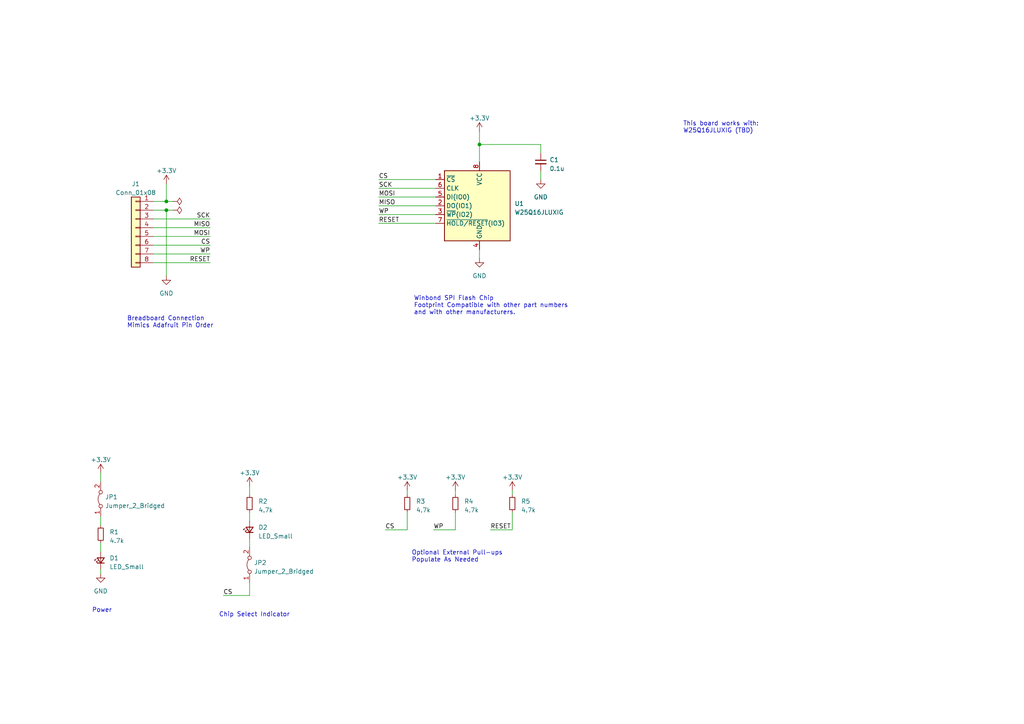
<source format=kicad_sch>
(kicad_sch (version 20230121) (generator eeschema)
  (paper "A4")
  (lib_symbols
    (symbol "Connector_Generic:Conn_01x08" (pin_names (offset 1.016) hide)
      (property "Reference" "J" (at 0 10.16 0))
      (property "Value" "Conn_01x08" (at 0 -12.7 0))
      (symbol "Conn_01x08_1_1"
        (rectangle (start -1.27 -10.033) (end 0 -10.287) (stroke (width 0.1524)))
        (rectangle (start -1.27 -7.493) (end 0 -7.747) (stroke (width 0.1524)))
        (rectangle (start -1.27 -4.953) (end 0 -5.207) (stroke (width 0.1524)))
        (rectangle (start -1.27 -2.413) (end 0 -2.667) (stroke (width 0.1524)))
        (rectangle (start -1.27 0.127) (end 0 -0.127) (stroke (width 0.1524)))
        (rectangle (start -1.27 2.667) (end 0 2.413) (stroke (width 0.1524)))
        (rectangle (start -1.27 5.207) (end 0 4.953) (stroke (width 0.1524)))
        (rectangle (start -1.27 7.747) (end 0 7.493) (stroke (width 0.1524)))
        (rectangle (start -1.27 8.89) (end 1.27 -11.43) (stroke (width 0.254)) (fill (type background)))
        (pin passive line (at -5.08 7.62 0) (length 3.81) (name "Pin_1") (number "1"))
        (pin passive line (at -5.08 5.08 0) (length 3.81) (name "Pin_2") (number "2"))
        (pin passive line (at -5.08 2.54 0) (length 3.81) (name "Pin_3") (number "3"))
        (pin passive line (at -5.08 0 0) (length 3.81) (name "Pin_4") (number "4"))
        (pin passive line (at -5.08 -2.54 0) (length 3.81) (name "Pin_5") (number "5"))
        (pin passive line (at -5.08 -5.08 0) (length 3.81) (name "Pin_6") (number "6"))
        (pin passive line (at -5.08 -7.62 0) (length 3.81) (name "Pin_7") (number "7"))
        (pin passive line (at -5.08 -10.16 0) (length 3.81) (name "Pin_8") (number "8"))
      )
    )
    (symbol "Device:C_Small" (pin_numbers hide) (pin_names (offset 0.254) hide)
      (property "Reference" "C" (at 0.254 1.778 0))
      (property "Value" "C_Small" (at 0.254 -2.032 0))
      (symbol "C_Small_0_1"
        (polyline (pts (xy -1.524 -0.508) (xy 1.524 -0.508)) (stroke (width 0.3302)))
        (polyline (pts (xy -1.524 0.508) (xy 1.524 0.508)) (stroke (width 0.3048)))
      )
      (symbol "C_Small_1_1"
        (pin passive line (at 0 2.54 270) (length 2.032) (name "~") (number "1"))
        (pin passive line (at 0 -2.54 90) (length 2.032) (name "~") (number "2"))
      )
    )
    (symbol "Device:LED_Small" (pin_numbers hide) (pin_names (offset 0.254) hide)
      (property "Reference" "D" (at -1.27 3.175 0))
      (property "Value" "LED_Small" (at -4.445 -2.54 0))
      (symbol "LED_Small_0_1"
        (polyline (pts (xy -0.762 -1.016) (xy -0.762 1.016)) (stroke (width 0.254)))
        (polyline (pts (xy 1.016 0) (xy -0.762 0)))
        (polyline (pts (xy 0.762 -1.016) (xy -0.762 0) (xy 0.762 1.016) (xy 0.762 -1.016)) (stroke (width 0.254)))
        (polyline (pts (xy 0 0.762) (xy -0.508 1.27) (xy -0.254 1.27) (xy -0.508 1.27) (xy -0.508 1.016)))
        (polyline (pts (xy 0.508 1.27) (xy 0 1.778) (xy 0.254 1.778) (xy 0 1.778) (xy 0 1.524)))
      )
      (symbol "LED_Small_1_1"
        (pin passive line (at -2.54 0 0) (length 1.778) (name "K") (number "1"))
        (pin passive line (at 2.54 0 180) (length 1.778) (name "A") (number "2"))
      )
    )
    (symbol "Device:R_Small" (pin_numbers hide) (pin_names (offset 0.254) hide)
      (property "Reference" "R" (at 0.762 0.508 0))
      (property "Value" "R_Small" (at 0.762 -1.016 0))
      (symbol "R_Small_0_1"
        (rectangle (start -0.762 1.778) (end 0.762 -1.778) (stroke (width 0.2032)))
      )
      (symbol "R_Small_1_1"
        (pin passive line (at 0 2.54 270) (length 0.762) (name "~") (number "1"))
        (pin passive line (at 0 -2.54 90) (length 0.762) (name "~") (number "2"))
      )
    )
    (symbol "Jumper:Jumper_2_Bridged" (pin_names (offset 0) hide)
      (property "Reference" "JP" (at 0 1.905 0))
      (property "Value" "Jumper_2_Bridged" (at 0 -2.54 0))
      (symbol "Jumper_2_Bridged_0_0"
        (circle (center -2.032 0) (radius 0.508))
        (circle (center 2.032 0) (radius 0.508))
      )
      (symbol "Jumper_2_Bridged_0_1"
        (arc (start 1.524 0.254) (mid 0 0.762) (end -1.524 0.254))
      )
      (symbol "Jumper_2_Bridged_1_1"
        (pin passive line (at -5.08 0 0) (length 2.54) (name "A") (number "1"))
        (pin passive line (at 5.08 0 180) (length 2.54) (name "B") (number "2"))
      )
    )
    (symbol "SKEC_Symbols:W25Q16JLUXIG"
      (property "Reference" "U" (at -6.35 11.43 0))
      (property "Value" "W25Q16JLUXIG" (at 7.62 11.43 0))
      (symbol "W25Q16JLUXIG_0_1"
        (rectangle (start -10.16 10.16) (end 8.89 -10.16) (stroke (width 0.254)) (fill (type background)))
      )
      (symbol "W25Q16JLUXIG_1_1"
        (pin input line (at -12.7 7.62 0) (length 2.54) (name "~{CS}") (number "1"))
        (pin bidirectional line (at -12.7 0 0) (length 2.54) (name "DO(IO1)") (number "2"))
        (pin bidirectional line (at -12.7 -2.54 0) (length 2.54) (name "~{WP}(IO2)") (number "3"))
        (pin power_in line (at 0 -12.7 90) (length 2.54) (name "GND") (number "4"))
        (pin bidirectional line (at -12.7 2.54 0) (length 2.54) (name "DI(IO0)") (number "5"))
        (pin input line (at -12.7 5.08 0) (length 2.54) (name "CLK") (number "6"))
        (pin bidirectional line (at -12.7 -5.08 0) (length 2.54) (name "~{HOLD/RESET}(IO3)") (number "7"))
        (pin power_in line (at 0 12.7 270) (length 2.54) (name "VCC") (number "8"))
      )
    )
    (symbol "power:+3.3V" (power) (pin_names (offset 0))
      (property "Value" "+3.3V" (at 0 3.556 0))
      (symbol "+3.3V_0_1"
        (polyline (pts (xy -0.762 1.27) (xy 0 2.54)))
        (polyline (pts (xy 0 0) (xy 0 2.54)))
        (polyline (pts (xy 0 2.54) (xy 0.762 1.27)))
      )
      (symbol "+3.3V_1_1"
        (pin power_in line (at 0 0 90) (length 0) hide (name "+3.3V") (number "1"))
      )
    )
    (symbol "power:GND" (power) (pin_names (offset 0))
      (property "Value" "GND" (at 0 -3.81 0))
      (symbol "GND_0_1"
        (polyline (pts (xy 0 0) (xy 0 -1.27) (xy 1.27 -1.27) (xy 0 -2.54) (xy -1.27 -1.27) (xy 0 -1.27)))
      )
      (symbol "GND_1_1"
        (pin power_in line (at 0 0 270) (length 0) hide (name "GND") (number "1"))
      )
    )
    (symbol "power:PWR_FLAG" (power) (pin_numbers hide) (pin_names (offset 0) hide)
      (property "Value" "PWR_FLAG" (at 0 3.81 0))
      (symbol "PWR_FLAG_0_0"
        (pin power_out line (at 0 0 90) (length 0) (name "pwr") (number "1"))
      )
      (symbol "PWR_FLAG_0_1"
        (polyline (pts (xy 0 0) (xy 0 1.27) (xy -1.016 1.905) (xy 0 2.54) (xy 1.016 1.905) (xy 0 1.27)))
      )
    )
  )
  (junction (at 139.065 41.91))
  (junction (at 48.26 58.42))
  (junction (at 48.26 60.96))
  (wire (pts (xy 72.39 168.91) (xy 72.39 172.72)))
  (wire (pts (xy 29.21 149.86) (xy 29.21 152.4)))
  (wire (pts (xy 111.76 153.67) (xy 118.11 153.67)))
  (wire (pts (xy 109.855 59.69) (xy 126.365 59.69)))
  (wire (pts (xy 64.77 172.72) (xy 72.39 172.72)))
  (wire (pts (xy 44.45 68.58) (xy 60.96 68.58)))
  (wire (pts (xy 48.26 60.96) (xy 44.45 60.96)))
  (wire (pts (xy 142.24 153.67) (xy 148.59 153.67)))
  (wire (pts (xy 139.065 41.91) (xy 156.845 41.91)))
  (wire (pts (xy 29.21 165.1) (xy 29.21 166.37)))
  (wire (pts (xy 118.11 142.24) (xy 118.11 143.51)))
  (wire (pts (xy 139.065 41.91) (xy 139.065 46.99)))
  (wire (pts (xy 139.065 38.1) (xy 139.065 41.91)))
  (wire (pts (xy 109.855 57.15) (xy 126.365 57.15)))
  (wire (pts (xy 48.26 58.42) (xy 50.165 58.42)))
  (wire (pts (xy 44.45 71.12) (xy 60.96 71.12)))
  (wire (pts (xy 109.855 62.23) (xy 126.365 62.23)))
  (wire (pts (xy 132.08 148.59) (xy 132.08 153.67)))
  (wire (pts (xy 72.39 148.59) (xy 72.39 151.13)))
  (wire (pts (xy 44.45 73.66) (xy 60.96 73.66)))
  (wire (pts (xy 44.45 63.5) (xy 60.96 63.5)))
  (wire (pts (xy 156.845 44.45) (xy 156.845 41.91)))
  (wire (pts (xy 44.45 66.04) (xy 60.96 66.04)))
  (wire (pts (xy 48.26 80.01) (xy 48.26 60.96)))
  (wire (pts (xy 139.065 72.39) (xy 139.065 74.93)))
  (wire (pts (xy 148.59 142.24) (xy 148.59 143.51)))
  (wire (pts (xy 132.08 142.24) (xy 132.08 143.51)))
  (wire (pts (xy 29.21 157.48) (xy 29.21 160.02)))
  (wire (pts (xy 48.26 53.34) (xy 48.26 58.42)))
  (wire (pts (xy 109.855 64.77) (xy 126.365 64.77)))
  (wire (pts (xy 48.26 60.96) (xy 50.165 60.96)))
  (wire (pts (xy 148.59 148.59) (xy 148.59 153.67)))
  (wire (pts (xy 44.45 76.2) (xy 60.96 76.2)))
  (wire (pts (xy 72.39 140.97) (xy 72.39 143.51)))
  (wire (pts (xy 125.73 153.67) (xy 132.08 153.67)))
  (wire (pts (xy 109.855 52.07) (xy 126.365 52.07)))
  (wire (pts (xy 72.39 156.21) (xy 72.39 158.75)))
  (wire (pts (xy 156.845 49.53) (xy 156.845 52.07)))
  (wire (pts (xy 109.855 54.61) (xy 126.365 54.61)))
  (wire (pts (xy 48.26 58.42) (xy 44.45 58.42)))
  (wire (pts (xy 118.11 148.59) (xy 118.11 153.67)))
  (wire (pts (xy 29.21 137.16) (xy 29.21 139.7)))
  (text "This board works with:\nW25Q16JLUXIG (TBD)" (at 198.12 38.735 0) (effects (font (size 1.27 1.27)) (justify left bottom)))
  (text "Winbond SPI Flash Chip\nFootprint Compatible with other part numbers\nand with other manufacturers." (at 120.015 91.44 0) (effects (font (size 1.27 1.27)) (justify left bottom)))
  (text "Power" (at 26.67 177.8 0) (effects (font (size 1.27 1.27)) (justify left bottom)))
  (text "Breadboard Connection\nMimics Adafruit Pin Order" (at 36.83 95.25 0) (effects (font (size 1.27 1.27)) (justify left bottom)))
  (text "Chip Select Indicator" (at 63.5 179.07 0) (effects (font (size 1.27 1.27)) (justify left bottom)))
  (text "Optional External Pull-ups\nPopulate As Needed" (at 119.38 163.195 0) (effects (font (size 1.27 1.27)) (justify left bottom)))
  (label "RESET" (at 142.24 153.67 0))
  (label "CS" (at 111.76 153.67 0))
  (label "SCK" (at 60.96 63.5 180))
  (label "MISO" (at 109.855 59.69 0))
  (label "SCK" (at 109.855 54.61 0))
  (label "WP" (at 125.73 153.67 0))
  (label "MISO" (at 60.96 66.04 180))
  (label "MOSI" (at 60.96 68.58 180))
  (label "WP" (at 109.855 62.23 0))
  (label "RESET" (at 60.96 76.2 180))
  (label "MOSI" (at 109.855 57.15 0))
  (label "CS" (at 64.77 172.72 0))
  (label "RESET" (at 109.855 64.77 0))
  (label "CS" (at 109.855 52.07 0))
  (label "WP" (at 60.96 73.66 180))
  (label "CS" (at 60.96 71.12 180))
  (symbol (lib_id "power:+3.3V") (at 118.11 142.24 0) (unit 1)
    (property "Reference" "#PWR011" (effects hide))
    (property "Value" "+3.3V" (at 118.11 138.43 0))
  )
  (symbol (lib_id "Jumper:Jumper_2_Bridged") (at 72.39 163.83 90) (unit 1)
    (property "Reference" "JP2" (at 73.66 163.195 90) (effects (justify right)))
    (property "Value" "Jumper_2_Bridged" (at 73.66 165.735 90) (effects (justify right)))
    (property "Footprint" "Jumper:SolderJumper-2_P1.3mm_Bridged2Bar_RoundedPad1.0x1.5mm" (effects hide))
  )
  (symbol (lib_id "Device:R_Small") (at 132.08 146.05 0) (unit 1)
    (property "Reference" "R4" (at 134.62 145.415 0) (effects (justify left)))
    (property "Value" "4.7k" (at 134.62 147.955 0) (effects (justify left)))
    (property "Footprint" "Resistor_SMD:R_0402_1005Metric_Pad0.72x0.64mm_HandSolder" (effects hide))
  )
  (symbol (lib_id "Device:R_Small") (at 29.21 154.94 0) (unit 1)
    (property "Reference" "R1" (at 31.75 154.305 0) (effects (justify left)))
    (property "Value" "4.7k" (at 31.75 156.845 0) (effects (justify left)))
    (property "Footprint" "Resistor_SMD:R_0402_1005Metric_Pad0.72x0.64mm_HandSolder" (effects hide))
  )
  (symbol (lib_id "Device:LED_Small") (at 72.39 153.67 90) (unit 1)
    (property "Reference" "D2" (at 74.93 152.9715 90) (effects (justify right)))
    (property "Value" "LED_Small" (at 74.93 155.5115 90) (effects (justify right)))
    (property "Footprint" "LED_SMD:LED_0603_1608Metric_Pad1.05x0.95mm_HandSolder" (effects hide))
    (property "MFG" "WURTH" (effects hide))
    (property "PN" "150060RS75000" (effects hide))
  )
  (symbol (lib_id "Device:R_Small") (at 148.59 146.05 0) (unit 1)
    (property "Reference" "R5" (at 151.13 145.415 0) (effects (justify left)))
    (property "Value" "4.7k" (at 151.13 147.955 0) (effects (justify left)))
    (property "Footprint" "Resistor_SMD:R_0402_1005Metric_Pad0.72x0.64mm_HandSolder" (effects hide))
  )
  (symbol (lib_id "power:+3.3V") (at 148.59 142.24 0) (unit 1)
    (property "Reference" "#PWR09" (effects hide))
    (property "Value" "+3.3V" (at 148.59 138.43 0))
  )
  (symbol (lib_id "power:GND") (at 156.845 52.07 0) (unit 1)
    (property "Reference" "#PWR04" (effects hide))
    (property "Value" "GND" (at 156.845 57.15 0))
  )
  (symbol (lib_id "power:PWR_FLAG") (at 50.165 58.42 270) (unit 1)
    (property "Reference" "#FLG02" (effects hide))
    (property "Value" "PWR_FLAG" (effects hide))
  )
  (symbol (lib_id "power:GND") (at 48.26 80.01 0) (unit 1)
    (property "Reference" "#PWR01" (effects hide))
    (property "Value" "GND" (at 48.26 85.09 0))
  )
  (symbol (lib_id "power:GND") (at 139.065 74.93 0) (unit 1)
    (property "Reference" "#PWR05" (effects hide))
    (property "Value" "GND" (at 139.065 80.01 0))
  )
  (symbol (lib_id "Device:LED_Small") (at 29.21 162.56 90) (unit 1)
    (property "Reference" "D1" (at 31.75 161.8615 90) (effects (justify right)))
    (property "Value" "LED_Small" (at 31.75 164.4015 90) (effects (justify right)))
    (property "Footprint" "LED_SMD:LED_0603_1608Metric_Pad1.05x0.95mm_HandSolder" (effects hide))
    (property "MFG" "WURTH" (effects hide))
    (property "PN" "150060RS75000" (effects hide))
  )
  (symbol (lib_id "Device:R_Small") (at 118.11 146.05 0) (unit 1)
    (property "Reference" "R3" (at 120.65 145.415 0) (effects (justify left)))
    (property "Value" "4.7k" (at 120.65 147.955 0) (effects (justify left)))
    (property "Footprint" "Resistor_SMD:R_0402_1005Metric_Pad0.72x0.64mm_HandSolder" (effects hide))
  )
  (symbol (lib_id "power:+3.3V") (at 72.39 140.97 0) (unit 1)
    (property "Reference" "#PWR08" (effects hide))
    (property "Value" "+3.3V" (at 72.39 137.16 0))
  )
  (symbol (lib_id "power:PWR_FLAG") (at 50.165 60.96 270) (unit 1)
    (property "Reference" "#FLG01" (effects hide))
    (property "Value" "PWR_FLAG" (effects hide))
  )
  (symbol (lib_id "Jumper:Jumper_2_Bridged") (at 29.21 144.78 90) (unit 1)
    (property "Reference" "JP1" (at 30.48 144.145 90) (effects (justify right)))
    (property "Value" "Jumper_2_Bridged" (at 30.48 146.685 90) (effects (justify right)))
    (property "Footprint" "Jumper:SolderJumper-2_P1.3mm_Bridged2Bar_RoundedPad1.0x1.5mm" (effects hide))
  )
  (symbol (lib_id "Connector_Generic:Conn_01x08") (at 39.37 66.04 0) (mirror y) (unit 1)
    (property "Reference" "J1" (at 39.37 53.34 0))
    (property "Value" "Conn_01x08" (at 39.37 55.88 0))
    (property "Footprint" "Connector_PinHeader_2.54mm:PinHeader_1x08_P2.54mm_Vertical" (effects hide))
  )
  (symbol (lib_id "SKEC_Symbols:W25Q16JLUXIG") (at 139.065 59.69 0) (unit 1)
    (property "Reference" "U1" (at 149.225 59.055 0) (effects (justify left)))
    (property "Value" "W25Q16JLUXIG" (at 149.225 61.595 0) (effects (justify left)))
    (property "Footprint" "Package_DFN_QFN:DFN-8-1EP_3x2mm_P0.5mm_EP1.3x1.5mm" (effects hide))
    (property "Datasheet" "https://www.winbond.com/resource-files/w25q16jl%20revd%2001262018.pdf" (effects hide))
  )
  (symbol (lib_id "Device:C_Small") (at 156.845 46.99 0) (unit 1)
    (property "Reference" "C1" (at 159.385 46.3613 0) (effects (justify left)))
    (property "Value" "0.1u" (at 159.385 48.9013 0) (effects (justify left)))
    (property "Footprint" "Capacitor_SMD:C_0402_1005Metric_Pad0.74x0.62mm_HandSolder" (effects hide))
  )
  (symbol (lib_id "power:GND") (at 29.21 166.37 0) (unit 1)
    (property "Reference" "#PWR07" (effects hide))
    (property "Value" "GND" (at 29.21 171.45 0))
  )
  (symbol (lib_id "Device:R_Small") (at 72.39 146.05 0) (unit 1)
    (property "Reference" "R2" (at 74.93 145.415 0) (effects (justify left)))
    (property "Value" "4.7k" (at 74.93 147.955 0) (effects (justify left)))
    (property "Footprint" "Resistor_SMD:R_0402_1005Metric_Pad0.72x0.64mm_HandSolder" (effects hide))
  )
  (symbol (lib_id "power:+3.3V") (at 48.26 53.34 0) (unit 1)
    (property "Reference" "#PWR02" (effects hide))
    (property "Value" "+3.3V" (at 48.26 49.53 0))
  )
  (symbol (lib_id "power:+3.3V") (at 132.08 142.24 0) (unit 1)
    (property "Reference" "#PWR010" (effects hide))
    (property "Value" "+3.3V" (at 132.08 138.43 0))
  )
  (symbol (lib_id "power:+3.3V") (at 29.21 137.16 0) (unit 1)
    (property "Reference" "#PWR06" (effects hide))
    (property "Value" "+3.3V" (at 29.21 133.35 0))
  )
  (symbol (lib_id "power:+3.3V") (at 139.065 38.1 0) (unit 1)
    (property "Reference" "#PWR03" (effects hide))
    (property "Value" "+3.3V" (at 139.065 34.29 0))
  )
)
</source>
